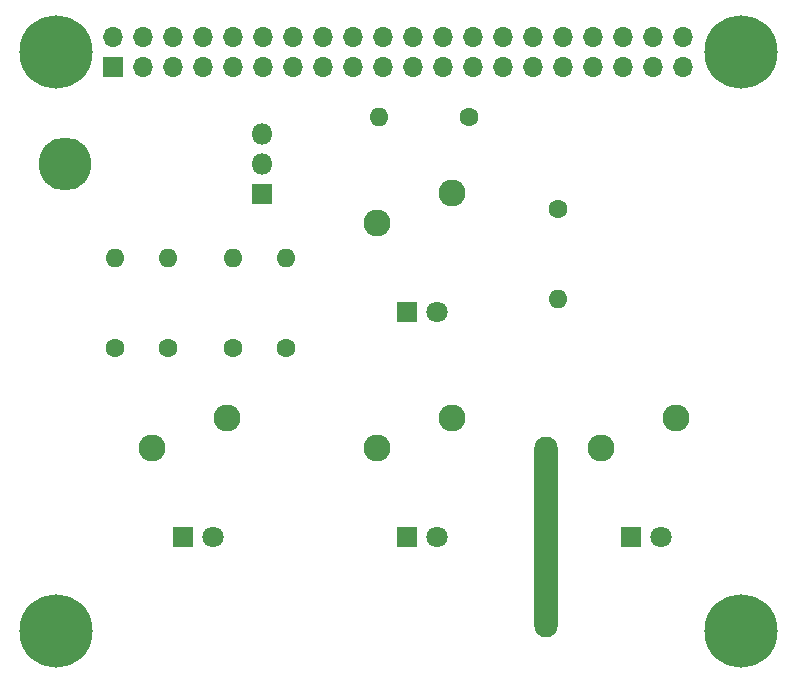
<source format=gts>
G04 #@! TF.FileFunction,Soldermask,Top*
%FSLAX46Y46*%
G04 Gerber Fmt 4.6, Leading zero omitted, Abs format (unit mm)*
G04 Created by KiCad (PCBNEW 4.0.6) date 07/21/17 15:12:10*
%MOMM*%
%LPD*%
G01*
G04 APERTURE LIST*
%ADD10C,0.100000*%
%ADD11O,2.000000X17.000000*%
%ADD12O,4.500000X4.500000*%
%ADD13R,1.800000X1.800000*%
%ADD14O,1.800000X1.800000*%
%ADD15C,6.200000*%
%ADD16C,1.800000*%
%ADD17R,1.700000X1.700000*%
%ADD18O,1.700000X1.700000*%
%ADD19C,2.286000*%
%ADD20C,1.600000*%
%ADD21O,1.600000X1.600000*%
G04 APERTURE END LIST*
D10*
D11*
X89000000Y-118000000D03*
D12*
X48340000Y-86460000D03*
D13*
X65000000Y-89000000D03*
D14*
X65000000Y-86460000D03*
X65000000Y-83920000D03*
D15*
X47500000Y-126000000D03*
X105500000Y-126000000D03*
X105500000Y-77000000D03*
D13*
X77250000Y-99000000D03*
D16*
X79790000Y-99000000D03*
D13*
X58250000Y-118000000D03*
D16*
X60790000Y-118000000D03*
D13*
X77250000Y-118000000D03*
D16*
X79790000Y-118000000D03*
D13*
X96250000Y-118000000D03*
D16*
X98790000Y-118000000D03*
D17*
X52400000Y-78200000D03*
D18*
X52400000Y-75660000D03*
X54940000Y-78200000D03*
X54940000Y-75660000D03*
X57480000Y-78200000D03*
X57480000Y-75660000D03*
X60020000Y-78200000D03*
X60020000Y-75660000D03*
X62560000Y-78200000D03*
X62560000Y-75660000D03*
X65100000Y-78200000D03*
X65100000Y-75660000D03*
X67640000Y-78200000D03*
X67640000Y-75660000D03*
X70180000Y-78200000D03*
X70180000Y-75660000D03*
X72720000Y-78200000D03*
X72720000Y-75660000D03*
X75260000Y-78200000D03*
X75260000Y-75660000D03*
X77800000Y-78200000D03*
X77800000Y-75660000D03*
X80340000Y-78200000D03*
X80340000Y-75660000D03*
X82880000Y-78200000D03*
X82880000Y-75660000D03*
X85420000Y-78200000D03*
X85420000Y-75660000D03*
X87960000Y-78200000D03*
X87960000Y-75660000D03*
X90500000Y-78200000D03*
X90500000Y-75660000D03*
X93040000Y-78200000D03*
X93040000Y-75660000D03*
X95580000Y-78200000D03*
X95580000Y-75660000D03*
X98120000Y-78200000D03*
X98120000Y-75660000D03*
X100660000Y-78200000D03*
X100660000Y-75660000D03*
D19*
X81040000Y-88920000D03*
X74690000Y-91460000D03*
X62040000Y-107920000D03*
X55690000Y-110460000D03*
X81040000Y-107920000D03*
X74690000Y-110460000D03*
X100040000Y-107920000D03*
X93690000Y-110460000D03*
D15*
X47500000Y-77000000D03*
D20*
X90000000Y-90250000D03*
D21*
X90000000Y-97870000D03*
D20*
X82500000Y-82500000D03*
D21*
X74880000Y-82500000D03*
D20*
X62500000Y-102000000D03*
D21*
X62500000Y-94380000D03*
D20*
X67000000Y-102000000D03*
D21*
X67000000Y-94380000D03*
D20*
X52500000Y-102000000D03*
D21*
X52500000Y-94380000D03*
D20*
X57000000Y-102000000D03*
D21*
X57000000Y-94380000D03*
M02*

</source>
